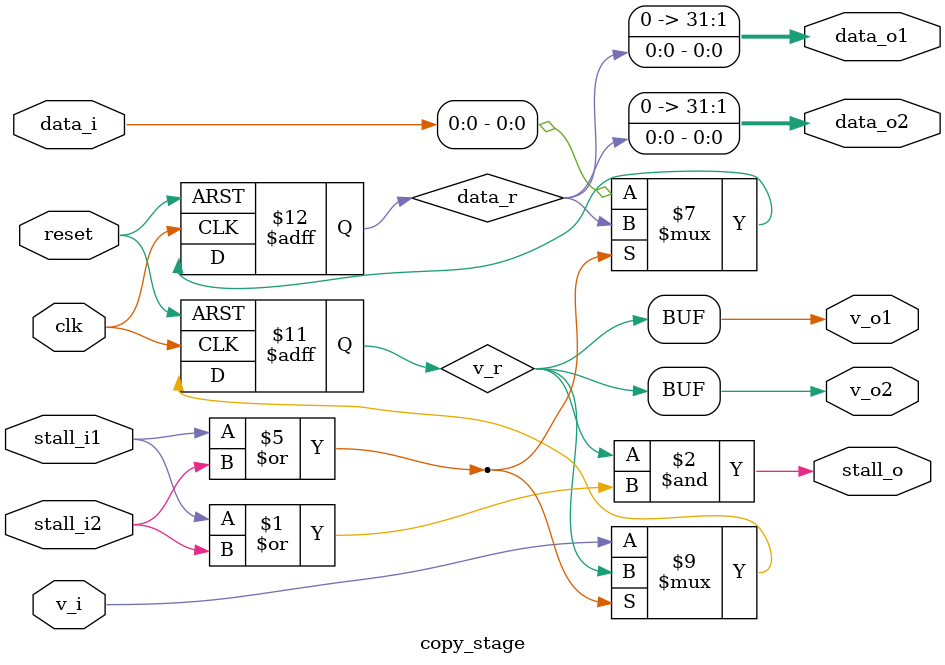
<source format=v>
module copy_stage(clk, reset,
                v_i, v_o1, v_o2,
                data_i, data_o1, data_o2,
                stall_i1, stall_i2, stall_o);

    input  clk, reset;
    input  v_i;
    output v_o1, v_o2;
    input [31:0] data_i;
    output [31:0] data_o1, data_o2;
    input stall_i1, stall_i2;
    output stall_o;

    reg v_r1;
    reg [31:0] data_r1;

    assign v_o1 = v_r;
    assign v_o2 = v_r;
    assign data_o1 = data_r;
    assign data_o2 = data_r;
    assign stall_o = (v_r & (stall_i1 | stall_i2));

    always @(posedge clk or negedge reset) begin
        if (~reset) begin
            v_r <= 0;
            data_r <= 0;
        end else begin
            if (~(stall_i1 | stall_i2)) begin
                v_r <= v_i;
                data_r <= data_i;
            end
        end
    end
endmodule
</source>
